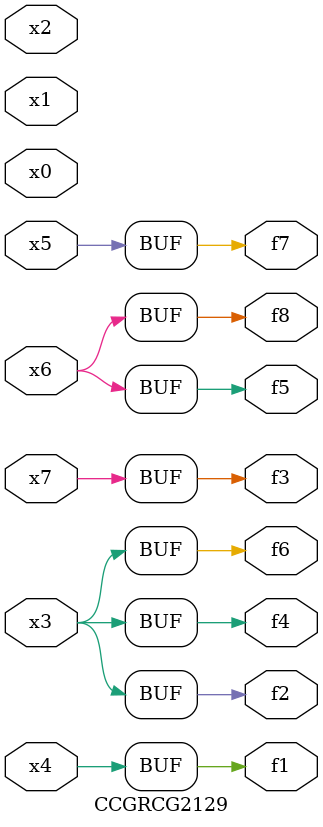
<source format=v>
module CCGRCG2129(
	input x0, x1, x2, x3, x4, x5, x6, x7,
	output f1, f2, f3, f4, f5, f6, f7, f8
);
	assign f1 = x4;
	assign f2 = x3;
	assign f3 = x7;
	assign f4 = x3;
	assign f5 = x6;
	assign f6 = x3;
	assign f7 = x5;
	assign f8 = x6;
endmodule

</source>
